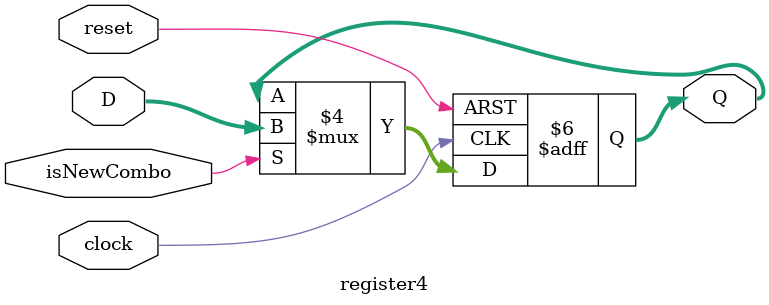
<source format=v>
module register4(D, clock, reset, isNewCombo, Q);
//===== INPUT OUTPUT DECLARATIONS =====//
input [3:0] D;
input clock, isNewCombo, reset;
output reg [3:0] Q;

//===== Behavioural FLOW MODEL =====//
always @(posedge clock, negedge reset)
begin
	if (reset == 0)
		Q <= 4'b0110;
	else if (isNewCombo == 1)
		Q <= D;
end
endmodule
</source>
